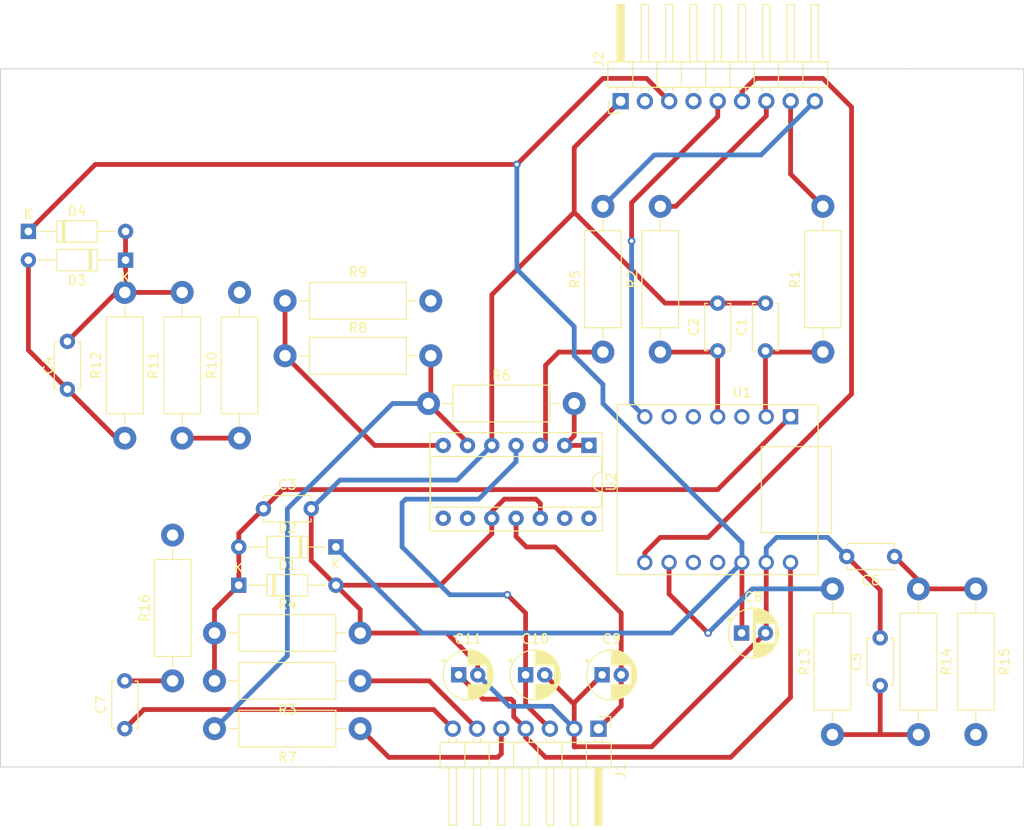
<source format=kicad_pcb>
(kicad_pcb (version 20221018) (generator pcbnew)
  (layers (0 "F.Cu" signal) (1 "In1.Cu" signal) (2 "In2.Cu" signal) (31 "B.Cu" signal) (34 "B.Paste" user) (35 "F.Paste" user) (36 "B.SilkS" user "B.Silkscreen") (37 "F.SilkS" user "F.Silkscreen") (38 "B.Mask" user) (39 "F.Mask" user) (44 "Edge.Cuts" user))
  (net 0 "")
  (net 1 "Net-(U1-PA4_A1_D1)")
  (net 2 "GND")
  (net 3 "Net-(U1-PA11_A3_D3)")
  (net 4 "Net-(D1-K)")
  (net 5 "Net-(D3-K)")
  (net 6 "Net-(C5-Pad1)")
  (net 7 "Net-(U2D--)")
  (net 8 "Net-(J1-Pin_7)")
  (net 9 "Net-(C7-Pad2)")
  (net 10 "+3.3V")
  (net 11 "-12V")
  (net 12 "+12V")
  (net 13 "+5V")
  (net 14 "Net-(J1-Pin_5)")
  (net 15 "Net-(J1-Pin_6)")
  (net 16 "Net-(J2-Pin_4)")
  (net 17 "Net-(J2-Pin_5)")
  (net 18 "Net-(J2-Pin_6)")
  (net 19 "Net-(J2-Pin_7)")
  (net 20 "Net-(J2-Pin_8)")
  (net 21 "Net-(J2-Pin_9)")
  (net 22 "Net-(U2A-+)")
  (net 23 "Net-(U2B--)")
  (net 24 "Net-(U2A--)")
  (net 25 "Net-(R8-Pad1)")
  (net 26 "Net-(U2C--)")
  (net 27 "Net-(R10-Pad1)")
  (net 28 "Net-(U1-PA7_A8_D8_SCK)")
  (net 29 "Net-(R15-Pad1)")
  (footprint "Capacitor_THT:CP_Radial_D5.0mm_P2.00mm" (layer "F.Cu") (at 147.915 94.375)
    (fp_text reference "C9" (at 1 -3.75) (layer "F.SilkS"))
    (fp_text value "47uF")
    (pad "1" thru_hole rect (at 0 0) (size 1.6 1.6) (drill 0.8) (layers "*.Cu" "*.Mask") (net 2 "GND"))
    (pad "2" thru_hole circle (at 2 0) (size 1.6 1.6) (drill 0.8) (layers "*.Cu" "*.Mask") (net 11 "-12V"))
  )
  (footprint "Resistor_THT:R_Axial_DIN0411_L9.9mm_D3.6mm_P15.24mm_Horizontal" (layer "F.Cu") (at 110 69.62 90)
    (fp_text reference "R10" (at 7.62 -2.92 90) (layer "F.SilkS"))
    (fp_text value "10K")
    (pad "1" thru_hole circle (at 0 0 90) (size 2.4 2.4) (drill 1.2) (layers "*.Cu" "*.Mask") (net 27 "Net-(R10-Pad1)"))
    (pad "2" thru_hole oval (at 15.24 0 90) (size 2.4 2.4) (drill 1.2) (layers "*.Cu" "*.Mask") (net 26 "Net-(U2C--)"))
  )
  (footprint "footprints:MOUDLE14P-2.54-21X17.8MM" (layer "F.Cu") (at 160 75)
    (fp_text reference "U1" (at 2.54 -10.16 unlocked) (layer "F.SilkS"))
    (fp_text value "MOUDLE-SEEEDUINO-XIAO")
    (pad "1" thru_hole rect (at 7.62 -7.62) (size 1.6 1.6) (drill 1) (layers "*.Cu" "*.Mask") (net 4 "Net-(D1-K)"))
    (pad "2" thru_hole circle (at 5.08 -7.62) (size 1.6 1.6) (drill 1) (layers "*.Cu" "*.Mask") (net 1 "Net-(U1-PA4_A1_D1)"))
    (pad "3" thru_hole circle (at 2.54 -7.62) (size 1.6 1.6) (drill 1) (layers "*.Cu" "*.Mask") (net 5 "Net-(D3-K)"))
    (pad "4" thru_hole circle (at 0 -7.62) (size 1.6 1.6) (drill 1) (layers "*.Cu" "*.Mask") (net 3 "Net-(U1-PA11_A3_D3)"))
    (pad "5" thru_hole circle (at -2.54 -7.62) (size 1.6 1.6) (drill 1) (layers "*.Cu" "*.Mask") (net 16 "Net-(J2-Pin_4)"))
    (pad "6" thru_hole circle (at -5.08 -7.62) (size 1.6 1.6) (drill 1) (layers "*.Cu" "*.Mask"))
    (pad "7" thru_hole circle (at -7.62 -7.62) (size 1.6 1.6) (drill 1) (layers "*.Cu" "*.Mask") (net 17 "Net-(J2-Pin_5)"))
    (pad "8" thru_hole circle (at -7.62 7.62) (size 1.6 1.6) (drill 1) (layers "*.Cu" "*.Mask") (net 18 "Net-(J2-Pin_6)"))
    (pad "9" thru_hole circle (at -5.08 7.62) (size 1.6 1.6) (drill 1) (layers "*.Cu" "*.Mask") (net 28 "Net-(U1-PA7_A8_D8_SCK)"))
    (pad "10" thru_hole circle (at -2.54 7.62) (size 1.6 1.6) (drill 1) (layers "*.Cu" "*.Mask"))
    (pad "11" thru_hole circle (at 0 7.62) (size 1.6 1.6) (drill 1) (layers "*.Cu" "*.Mask"))
    (pad "12" thru_hole circle (at 2.54 7.62) (size 1.6 1.6) (drill 1) (layers "*.Cu" "*.Mask") (net 10 "+3.3V"))
    (pad "13" thru_hole circle (at 5.08 7.62) (size 1.6 1.6) (drill 1) (layers "*.Cu" "*.Mask") (net 2 "GND"))
    (pad "14" thru_hole circle (at 7.62 7.62) (size 1.6 1.6) (drill 1) (layers "*.Cu" "*.Mask") (net 13 "+5V"))
  )
  (footprint "Resistor_THT:R_Axial_DIN0411_L9.9mm_D3.6mm_P15.24mm_Horizontal" (layer "F.Cu") (at 172 100.62 90)
    (fp_text reference "R13" (at 7.62 -2.92 90) (layer "F.SilkS"))
    (fp_text value "1K")
    (pad "1" thru_hole circle (at 0 0 90) (size 2.4 2.4) (drill 1.2) (layers "*.Cu" "*.Mask") (net 6 "Net-(C5-Pad1)"))
    (pad "2" thru_hole oval (at 15.24 0 90) (size 2.4 2.4) (drill 1.2) (layers "*.Cu" "*.Mask") (net 28 "Net-(U1-PA7_A8_D8_SCK)"))
  )
  (footprint "Capacitor_THT:C_Disc_D4.7mm_W2.5mm_P5.00mm" (layer "F.Cu") (at 112.5 77)
    (fp_text reference "C3" (at 2.5 -2.5) (layer "F.SilkS"))
    (fp_text value "10nF")
    (pad "1" thru_hole circle (at 0 0) (size 1.6 1.6) (drill 0.8) (layers "*.Cu" "*.Mask") (net 4 "Net-(D1-K)"))
    (pad "2" thru_hole circle (at 5 0) (size 1.6 1.6) (drill 0.8) (layers "*.Cu" "*.Mask") (net 2 "GND"))
  )
  (footprint "Diode_THT:D_DO-35_SOD27_P10.16mm_Horizontal" (layer "F.Cu") (at 87.92 48)
    (fp_text reference "D4" (at 5.08 -2.12) (layer "F.SilkS"))
    (fp_text value "BAT43")
    (fp_text user "K" (at 0 -1.8) (layer "F.SilkS"))
    (pad "1" thru_hole rect (at 0 0) (size 1.6 1.6) (drill 0.8) (layers "*.Cu" "*.Mask") (net 10 "+3.3V"))
    (pad "2" thru_hole oval (at 10.16 0) (size 1.6 1.6) (drill 0.8) (layers "*.Cu" "*.Mask") (net 5 "Net-(D3-K)"))
  )
  (footprint "Resistor_THT:R_Axial_DIN0411_L9.9mm_D3.6mm_P15.24mm_Horizontal" (layer "F.Cu") (at 107.38 100)
    (fp_text reference "R7" (at 7.62 3) (layer "F.SilkS"))
    (fp_text value "10K")
    (pad "1" thru_hole circle (at 0 0) (size 2.4 2.4) (drill 1.2) (layers "*.Cu" "*.Mask") (net 23 "Net-(U2B--)"))
    (pad "2" thru_hole oval (at 15.24 0) (size 2.4 2.4) (drill 1.2) (layers "*.Cu" "*.Mask") (net 14 "Net-(J1-Pin_5)"))
  )
  (footprint "Capacitor_THT:C_Disc_D4.7mm_W2.5mm_P5.00mm" (layer "F.Cu") (at 178.5 82 180)
    (fp_text reference "C6" (at 2.5 -2.5) (layer "F.SilkS"))
    (fp_text value "10nF")
    (pad "1" thru_hole circle (at 0 0 180) (size 1.6 1.6) (drill 0.8) (layers "*.Cu" "*.Mask") (net 7 "Net-(U2D--)"))
    (pad "2" thru_hole circle (at 5 0 180) (size 1.6 1.6) (drill 0.8) (layers "*.Cu" "*.Mask") (net 2 "GND"))
  )
  (footprint "Diode_THT:D_DO-35_SOD27_P10.16mm_Horizontal" (layer "F.Cu") (at 120.08 81 180)
    (fp_text reference "D2" (at 5.08 2) (layer "F.SilkS"))
    (fp_text value "BAT43")
    (fp_text user "K" (at 0 -1.8) (layer "F.SilkS"))
    (pad "1" thru_hole rect (at 0 0 180) (size 1.6 1.6) (drill 0.8) (layers "*.Cu" "*.Mask") (net 10 "+3.3V"))
    (pad "2" thru_hole oval (at 10.16 0 180) (size 1.6 1.6) (drill 0.8) (layers "*.Cu" "*.Mask") (net 4 "Net-(D1-K)"))
  )
  (footprint "Resistor_THT:R_Axial_DIN0411_L9.9mm_D3.6mm_P15.24mm_Horizontal" (layer "F.Cu") (at 107.38 95)
    (fp_text reference "R3" (at 7.62 3) (layer "F.SilkS"))
    (fp_text value "220K")
    (pad "1" thru_hole circle (at 0 0) (size 2.4 2.4) (drill 1.2) (layers "*.Cu" "*.Mask") (net 4 "Net-(D1-K)"))
    (pad "2" thru_hole oval (at 15.24 0) (size 2.4 2.4) (drill 1.2) (layers "*.Cu" "*.Mask") (net 15 "Net-(J1-Pin_6)"))
  )
  (footprint "Resistor_THT:R_Axial_DIN0411_L9.9mm_D3.6mm_P15.24mm_Horizontal" (layer "F.Cu") (at 130.000739 55.261699 180)
    (fp_text reference "R9" (at 7.62 3) (layer "F.SilkS"))
    (fp_text value "10K")
    (pad "1" thru_hole circle (at 0 0 180) (size 2.4 2.4) (drill 1.2) (layers "*.Cu" "*.Mask") (net 26 "Net-(U2C--)"))
    (pad "2" thru_hole oval (at 15.24 0 180) (size 2.4 2.4) (drill 1.2) (layers "*.Cu" "*.Mask") (net 25 "Net-(R8-Pad1)"))
  )
  (footprint "Resistor_THT:R_Axial_DIN0411_L9.9mm_D3.6mm_P15.24mm_Horizontal" (layer "F.Cu") (at 104 54.38 -90)
    (fp_text reference "R11" (at 7.62 3 90) (layer "F.SilkS"))
    (fp_text value "20K")
    (pad "1" thru_hole circle (at 0 0 270) (size 2.4 2.4) (drill 1.2) (layers "*.Cu" "*.Mask") (net 5 "Net-(D3-K)"))
    (pad "2" thru_hole oval (at 15.24 0 270) (size 2.4 2.4) (drill 1.2) (layers "*.Cu" "*.Mask") (net 27 "Net-(R10-Pad1)"))
  )
  (footprint "Diode_THT:D_DO-35_SOD27_P10.16mm_Horizontal" (layer "F.Cu") (at 109.92 85)
    (fp_text reference "D1" (at 5.08 -2.12) (layer "F.SilkS"))
    (fp_text value "BAT43")
    (fp_text user "K" (at 0 -1.8) (layer "F.SilkS"))
    (pad "1" thru_hole rect (at 0 0) (size 1.6 1.6) (drill 0.8) (layers "*.Cu" "*.Mask") (net 4 "Net-(D1-K)"))
    (pad "2" thru_hole oval (at 10.16 0) (size 1.6 1.6) (drill 0.8) (layers "*.Cu" "*.Mask") (net 2 "GND"))
  )
  (footprint "Capacitor_THT:CP_Radial_D5.0mm_P2.00mm" (layer "F.Cu") (at 139.915 94.375)
    (fp_text reference "C10" (at 1 -3.75) (layer "F.SilkS"))
    (fp_text value "47uF")
    (pad "1" thru_hole rect (at 0 0) (size 1.6 1.6) (drill 0.8) (layers "*.Cu" "*.Mask") (net 12 "+12V"))
    (pad "2" thru_hole circle (at 2 0) (size 1.6 1.6) (drill 0.8) (layers "*.Cu" "*.Mask") (net 2 "GND"))
  )
  (footprint "Capacitor_THT:CP_Radial_D5.0mm_P2.00mm" (layer "F.Cu") (at 132.915 94.375)
    (fp_text reference "C11" (at 1 -3.75) (layer "F.SilkS"))
    (fp_text value "47uF")
    (pad "1" thru_hole rect (at 0 0) (size 1.6 1.6) (drill 0.8) (layers "*.Cu" "*.Mask") (net 13 "+5V"))
    (pad "2" thru_hole circle (at 2 0) (size 1.6 1.6) (drill 0.8) (layers "*.Cu" "*.Mask") (net 2 "GND"))
  )
  (footprint "Capacitor_THT:C_Disc_D4.7mm_W2.5mm_P5.00mm" (layer "F.Cu") (at 177 95.5 90)
    (fp_text reference "C5" (at 2.5 -2.5 90) (layer "F.SilkS"))
    (fp_text value "10nF")
    (pad "1" thru_hole circle (at 0 0 90) (size 1.6 1.6) (drill 0.8) (layers "*.Cu" "*.Mask") (net 6 "Net-(C5-Pad1)"))
    (pad "2" thru_hole circle (at 5 0 90) (size 1.6 1.6) (drill 0.8) (layers "*.Cu" "*.Mask") (net 2 "GND"))
  )
  (footprint "Resistor_THT:R_Axial_DIN0411_L9.9mm_D3.6mm_P15.24mm_Horizontal" (layer "F.Cu") (at 148 60.62 90)
    (fp_text reference "R5" (at 7.62 -2.92 90) (layer "F.SilkS"))
    (fp_text value "10K")
    (pad "1" thru_hole circle (at 0 0 90) (size 2.4 2.4) (drill 1.2) (layers "*.Cu" "*.Mask") (net 22 "Net-(U2A-+)"))
    (pad "2" thru_hole oval (at 15.24 0 90) (size 2.4 2.4) (drill 1.2) (layers "*.Cu" "*.Mask") (net 21 "Net-(J2-Pin_9)"))
  )
  (footprint "Resistor_THT:R_Axial_DIN0411_L9.9mm_D3.6mm_P15.24mm_Horizontal" (layer "F.Cu") (at 129.76 66)
    (fp_text reference "R6" (at 7.62 -2.92) (layer "F.SilkS"))
    (fp_text value "10K")
    (pad "1" thru_hole circle (at 0 0) (size 2.4 2.4) (drill 1.2) (layers "*.Cu" "*.Mask") (net 23 "Net-(U2B--)"))
    (pad "2" thru_hole oval (at 15.24 0) (size 2.4 2.4) (drill 1.2) (layers "*.Cu" "*.Mask") (net 24 "Net-(U2A--)"))
  )
  (footprint "Connector_PinHeader_2.54mm:PinHeader_1x07_P2.54mm_Horizontal" (layer "F.Cu") (at 147.54 100 -90)
    (fp_text reference "J1" (at 4.385 -2.27 90) (layer "F.SilkS"))
    (fp_text value "POWER/SIGNALS")
    (pad "1" thru_hole rect (at 0 0 270) (size 1.7 1.7) (drill 1) (layers "*.Cu" "*.Mask") (net 11 "-12V"))
    (pad "2" thru_hole oval (at 0 2.54 270) (size 1.7 1.7) (drill 1) (layers "*.Cu" "*.Mask") (net 2 "GND"))
    (pad "3" thru_hole oval (at 0 5.08 270) (size 1.7 1.7) (drill 1) (layers "*.Cu" "*.Mask") (net 12 "+12V"))
    (pad "4" thru_hole oval (at 0 7.62 270) (size 1.7 1.7) (drill 1) (layers "*.Cu" "*.Mask") (net 13 "+5V"))
    (pad "5" thru_hole oval (at 0 10.16 270) (size 1.7 1.7) (drill 1) (layers "*.Cu" "*.Mask") (net 14 "Net-(J1-Pin_5)"))
    (pad "6" thru_hole oval (at 0 12.7 270) (size 1.7 1.7) (drill 1) (layers "*.Cu" "*.Mask") (net 15 "Net-(J1-Pin_6)"))
    (pad "7" thru_hole oval (at 0 15.24 270) (size 1.7 1.7) (drill 1) (layers "*.Cu" "*.Mask") (net 8 "Net-(J1-Pin_7)"))
  )
  (footprint "Resistor_THT:R_Axial_DIN0411_L9.9mm_D3.6mm_P15.24mm_Horizontal" (layer "F.Cu") (at 103 95 90)
    (fp_text reference "R16" (at 7.62 -2.92 90) (layer "F.SilkS"))
    (fp_text value "330R")
    (pad "1" thru_hole circle (at 0 0 90) (size 2.4 2.4) (drill 1.2) (layers "*.Cu" "*.Mask") (net 9 "Net-(C7-Pad2)"))
    (pad "2" thru_hole oval (at 15.24 0 90) (size 2.4 2.4) (drill 1.2) (layers "*.Cu" "*.Mask") (net 29 "Net-(R15-Pad1)"))
  )
  (footprint "Capacitor_THT:C_Disc_D4.7mm_W2.5mm_P5.00mm" (layer "F.Cu") (at 165 60.5 90)
    (fp_text reference "C1" (at 2.5 -2.5 90) (layer "F.SilkS"))
    (fp_text value "100nF")
    (pad "1" thru_hole circle (at 0 0 90) (size 1.6 1.6) (drill 0.8) (layers "*.Cu" "*.Mask") (net 1 "Net-(U1-PA4_A1_D1)"))
    (pad "2" thru_hole circle (at 5 0 90) (size 1.6 1.6) (drill 0.8) (layers "*.Cu" "*.Mask") (net 2 "GND"))
  )
  (footprint "Diode_THT:D_DO-35_SOD27_P10.16mm_Horizontal" (layer "F.Cu") (at 98.08 51 180)
    (fp_text reference "D3" (at 5.08 -2.12) (layer "F.SilkS"))
    (fp_text value "BAT43")
    (fp_text user "K" (at 0 -1.8) (layer "F.SilkS"))
    (pad "1" thru_hole rect (at 0 0 180) (size 1.6 1.6) (drill 0.8) (layers "*.Cu" "*.Mask") (net 5 "Net-(D3-K)"))
    (pad "2" thru_hole oval (at 10.16 0 180) (size 1.6 1.6) (drill 0.8) (layers "*.Cu" "*.Mask") (net 2 "GND"))
  )
  (footprint "Capacitor_THT:C_Disc_D4.7mm_W2.5mm_P5.00mm" (layer "F.Cu") (at 98 100 90)
    (fp_text reference "C7" (at 2.5 -2.5 90) (layer "F.SilkS"))
    (fp_text value "4.7nF")
    (pad "1" thru_hole circle (at 0 0 90) (size 1.6 1.6) (drill 0.8) (layers "*.Cu" "*.Mask") (net 8 "Net-(J1-Pin_7)"))
    (pad "2" thru_hole circle (at 5 0 90) (size 1.6 1.6) (drill 0.8) (layers "*.Cu" "*.Mask") (net 9 "Net-(C7-Pad2)"))
  )
  (footprint "Resistor_THT:R_Axial_DIN0411_L9.9mm_D3.6mm_P15.24mm_Horizontal" (layer "F.Cu") (at 98 54.38 -90)
    (fp_text reference "R12" (at 7.62 3 90) (layer "F.SilkS"))
    (fp_text value "33K")
    (pad "1" thru_hole circle (at 0 0 270) (size 2.4 2.4) (drill 1.2) (layers "*.Cu" "*.Mask") (net 5 "Net-(D3-K)"))
    (pad "2" thru_hole oval (at 15.24 0 270) (size 2.4 2.4) (drill 1.2) (layers "*.Cu" "*.Mask") (net 2 "GND"))
  )
  (footprint "Package_DIP:DIP-14_W7.62mm_Socket" (layer "F.Cu") (at 146.54 70.38 -90)
    (fp_text reference "U2" (at 3.81 -2.33 90) (layer "F.SilkS"))
    (fp_text value "TL074")
    (pad "1" thru_hole rect (at 0 0 270) (size 1.6 1.6) (drill 0.8) (layers "*.Cu" "*.Mask") (net 24 "Net-(U2A--)"))
    (pad "2" thru_hole oval (at 0 2.54 270) (size 1.6 1.6) (drill 0.8) (layers "*.Cu" "*.Mask") (net 24 "Net-(U2A--)"))
    (pad "3" thru_hole oval (at 0 5.08 270) (size 1.6 1.6) (drill 0.8) (layers "*.Cu" "*.Mask") (net 22 "Net-(U2A-+)"))
    (pad "4" thru_hole oval (at 0 7.62 270) (size 1.6 1.6) (drill 0.8) (layers "*.Cu" "*.Mask") (net 12 "+12V"))
    (pad "5" thru_hole oval (at 0 10.16 270) (size 1.6 1.6) (drill 0.8) (layers "*.Cu" "*.Mask") (net 2 "GND"))
    (pad "6" thru_hole oval (at 0 12.7 270) (size 1.6 1.6) (drill 0.8) (layers "*.Cu" "*.Mask") (net 23 "Net-(U2B--)"))
    (pad "7" thru_hole oval (at 0 15.24 270) (size 1.6 1.6) (drill 0.8) (layers "*.Cu" "*.Mask") (net 25 "Net-(R8-Pad1)"))
    (pad "8" thru_hole oval (at 7.62 15.24 270) (size 1.6 1.6) (drill 0.8) (layers "*.Cu" "*.Mask") (net 27 "Net-(R10-Pad1)"))
    (pad "9" thru_hole oval (at 7.62 12.7 270) (size 1.6 1.6) (drill 0.8) (layers "*.Cu" "*.Mask") (net 26 "Net-(U2C--)"))
    (pad "10" thru_hole oval (at 7.62 10.16 270) (size 1.6 1.6) (drill 0.8) (layers "*.Cu" "*.Mask") (net 2 "GND"))
    (pad "11" thru_hole oval (at 7.62 7.62 270) (size 1.6 1.6) (drill 0.8) (layers "*.Cu" "*.Mask") (net 11 "-12V"))
    (pad "12" thru_hole oval (at 7.62 5.08 270) (size 1.6 1.6) (drill 0.8) (layers "*.Cu" "*.Mask") (net 2 "GND"))
    (pad "13" thru_hole oval (at 7.62 2.54 270) (size 1.6 1.6) (drill 0.8) (layers "*.Cu" "*.Mask") (net 7 "Net-(U2D--)"))
    (pad "14" thru_hole oval (at 7.62 0 270) (size 1.6 1.6) (drill 0.8) (layers "*.Cu" "*.Mask") (net 29 "Net-(R15-Pad1)"))
  )
  (footprint "Resistor_THT:R_Axial_DIN0411_L9.9mm_D3.6mm_P15.24mm_Horizontal" (layer "F.Cu") (at 154 60.62 90)
    (fp_text reference "R2" (at 7.62 -2.92 90) (layer "F.SilkS"))
    (fp_text value "1K")
    (pad "1" thru_hole circle (at 0 0 90) (size 2.4 2.4) (drill 1.2) (layers "*.Cu" "*.Mask") (net 3 "Net-(U1-PA11_A3_D3)"))
    (pad "2" thru_hole oval (at 15.24 0 90) (size 2.4 2.4) (drill 1.2) (layers "*.Cu" "*.Mask") (net 19 "Net-(J2-Pin_7)"))
  )
  (footprint "Capacitor_THT:C_Disc_D4.7mm_W2.5mm_P5.00mm" (layer "F.Cu") (at 160 60.5 90)
    (fp_text reference "C2" (at 2.5 -2.5 90) (layer "F.SilkS"))
    (fp_text value "100nF")
    (pad "1" thru_hole circle (at 0 0 90) (size 1.6 1.6) (drill 0.8) (layers "*.Cu" "*.Mask") (net 3 "Net-(U1-PA11_A3_D3)"))
    (pad "2" thru_hole circle (at 5 0 90) (size 1.6 1.6) (drill 0.8) (layers "*.Cu" "*.Mask") (net 2 "GND"))
  )
  (footprint "Connector_PinHeader_2.54mm:PinHeader_1x09_P2.54mm_Horizontal" (layer "F.Cu") (at 149.85 34.375 90)
    (fp_text reference "J2" (at 4.385 -2.27 90) (layer "F.SilkS"))
    (fp_text value "POTS/SWITCHES")
    (pad "1" thru_hole rect (at 0 0 90) (size 1.7 1.7) (drill 1) (layers "*.Cu" "*.Mask") (net 2 "GND"))
    (pad "2" thru_hole oval (at 0 2.54 90) (size 1.7 1.7) (drill 1) (layers "*.Cu" "*.Mask") (net 13 "+5V"))
    (pad "3" thru_hole oval (at 0 5.08 90) (size 1.7 1.7) (drill 1) (layers "*.Cu" "*.Mask") (net 10 "+3.3V"))
    (pad "4" thru_hole oval (at 0 7.62 90) (size 1.7 1.7) (drill 1) (layers "*.Cu" "*.Mask") (net 16 "Net-(J2-Pin_4)"))
    (pad "5" thru_hole oval (at 0 10.16 90) (size 1.7 1.7) (drill 1) (layers "*.Cu" "*.Mask") (net 17 "Net-(J2-Pin_5)"))
    (pad "6" thru_hole oval (at 0 12.7 90) (size 1.7 1.7) (drill 1) (layers "*.Cu" "*.Mask") (net 18 "Net-(J2-Pin_6)"))
    (pad "7" thru_hole oval (at 0 15.24 90) (size 1.7 1.7) (drill 1) (layers "*.Cu" "*.Mask") (net 19 "Net-(J2-Pin_7)"))
    (pad "8" thru_hole oval (at 0 17.78 90) (size 1.7 1.7) (drill 1) (layers "*.Cu" "*.Mask") (net 20 "Net-(J2-Pin_8)"))
    (pad "9" thru_hole oval (at 0 20.32 90) (size 1.7 1.7) (drill 1) (layers "*.Cu" "*.Mask") (net 21 "Net-(J2-Pin_9)"))
  )
  (footprint "Capacitor_THT:CP_Radial_D5.0mm_P2.50mm" (layer "F.Cu") (at 162.5 90)
    (fp_text reference "C8" (at 1.25 -3.75) (layer "F.SilkS"))
    (fp_text value "10uF")
    (pad "1" thru_hole rect (at 0 0) (size 1.6 1.6) (drill 0.8) (layers "*.Cu" "*.Mask") (net 10 "+3.3V"))
    (pad "2" thru_hole circle (at 2.5 0) (size 1.6 1.6) (drill 0.8) (layers "*.Cu" "*.Mask") (net 2 "GND"))
  )
  (footprint "Resistor_THT:R_Axial_DIN0411_L9.9mm_D3.6mm_P15.24mm_Horizontal" (layer "F.Cu") (at 114.76 61)
    (fp_text reference "R8" (at 7.62 -2.92) (layer "F.SilkS"))
    (fp_text value "10K")
    (pad "1" thru_hole circle (at 0 0) (size 2.4 2.4) (drill 1.2) (layers "*.Cu" "*.Mask") (net 25 "Net-(R8-Pad1)"))
    (pad "2" thru_hole oval (at 15.24 0) (size 2.4 2.4) (drill 1.2) (layers "*.Cu" "*.Mask") (net 23 "Net-(U2B--)"))
  )
  (footprint "Resistor_THT:R_Axial_DIN0411_L9.9mm_D3.6mm_P15.24mm_Horizontal" (layer "F.Cu") (at 181 85.38 -90)
    (fp_text reference "R14" (at 7.62 -2.92 90) (layer "F.SilkS"))
    (fp_text value "1K")
    (pad "1" thru_hole circle (at 0 0 270) (size 2.4 2.4) (drill 1.2) (layers "*.Cu" "*.Mask") (net 7 "Net-(U2D--)"))
    (pad "2" thru_hole oval (at 15.24 0 270) (size 2.4 2.4) (drill 1.2) (layers "*.Cu" "*.Mask") (net 6 "Net-(C5-Pad1)"))
  )
  (footprint "Resistor_THT:R_Axial_DIN0411_L9.9mm_D3.6mm_P15.24mm_Horizontal" (layer "F.Cu") (at 187 100.62 90)
    (fp_text reference "R15" (at 7.62 3 90) (layer "F.SilkS"))
    (fp_text value "6K8")
    (pad "1" thru_hole circle (at 0 0 90) (size 2.4 2.4) (drill 1.2) (layers "*.Cu" "*.Mask") (net 29 "Net-(R15-Pad1)"))
    (pad "2" thru_hole oval (at 15.24 0 90) (size 2.4 2.4) (drill 1.2) (layers "*.Cu" "*.Mask") (net 7 "Net-(U2D--)"))
  )
  (footprint "Resistor_THT:R_Axial_DIN0411_L9.9mm_D3.6mm_P15.24mm_Horizontal" (layer "F.Cu") (at 107.38 90)
    (fp_text reference "R4" (at 7.62 -3) (layer "F.SilkS"))
    (fp_text value "330K")
    (pad "1" thru_hole circle (at 0 0) (size 2.4 2.4) (drill 1.2) (layers "*.Cu" "*.Mask") (net 4 "Net-(D1-K)"))
    (pad "2" thru_hole oval (at 15.24 0) (size 2.4 2.4) (drill 1.2) (layers "*.Cu" "*.Mask") (net 2 "GND"))
  )
  (footprint "Resistor_THT:R_Axial_DIN0411_L9.9mm_D3.6mm_P15.24mm_Horizontal" (layer "F.Cu") (at 171 60.62 90)
    (fp_text reference "R1" (at 7.62 -2.92 90) (layer "F.SilkS"))
    (fp_text value "1K")
    (pad "1" thru_hole circle (at 0 0 90) (size 2.4 2.4) (drill 1.2) (layers "*.Cu" "*.Mask") (net 1 "Net-(U1-PA4_A1_D1)"))
    (pad "2" thru_hole oval (at 15.24 0 90) (size 2.4 2.4) (drill 1.2) (layers "*.Cu" "*.Mask") (net 20 "Net-(J2-Pin_8)"))
  )
  (footprint "Capacitor_THT:C_Disc_D4.7mm_W2.5mm_P5.00mm" (layer "F.Cu") (at 92 59.5 -90)
    (fp_text reference "C4" (at 2.5 2 90) (layer "F.SilkS"))
    (fp_text value "100nF")
    (pad "1" thru_hole circle (at 0 0 270) (size 1.6 1.6) (drill 0.8) (layers "*.Cu" "*.Mask") (net 5 "Net-(D3-K)"))
    (pad "2" thru_hole circle (at 5 0 270) (size 1.6 1.6) (drill 0.8) (layers "*.Cu" "*.Mask") (net 2 "GND"))
  )
  (gr_line (start 140 31) (end 180 31) (stroke (width 0.1)) (layer "Edge.Cuts"))
  (gr_line (start 140 31) (end 85 31) (stroke (width 0.1)) (layer "Edge.Cuts"))
  (gr_line (start 192 31) (end 192 104) (stroke (width 0.1)) (layer "Edge.Cuts"))
  (gr_line (start 192 104) (end 160 104) (stroke (width 0.1)) (layer "Edge.Cuts"))
  (gr_line (start 85 31) (end 85 104) (stroke (width 0.1)) (layer "Edge.Cuts"))
  (gr_line (start 85 104) (end 120 104) (stroke (width 0.1)) (layer "Edge.Cuts"))
  (gr_line (start 180 31) (end 192 31) (stroke (width 0.1)) (layer "Edge.Cuts"))
  (gr_line (start 120 104) (end 160 104) (stroke (width 0.1)) (layer "Edge.Cuts"))
  (segment (start 165 60.5) (end 165 67.3) (width 0.5) (layer "F.Cu") (net 1))
  (segment (start 171 60.62) (end 165.12 60.62) (width 0.5) (layer "F.Cu") (net 1))
  (segment (start 165 67.3) (end 165.08 67.38) (width 0.5) (layer "F.Cu") (net 1))
  (segment (start 165.12 60.62) (end 165 60.5) (width 0.5) (layer "F.Cu") (net 1))
  (segment (start 165 67.3) (end 165.08 67.38) (width 0.5) (layer "B.Cu") (net 1))
  (segment (start 134.915 93.24363) (end 134.915 94.375) (width 0.5) (layer "F.Cu") (net 2))
  (segment (start 141 76) (end 137.69 76) (width 0.5) (layer "F.Cu") (net 2))
  (segment (start 87.92 51) (end 87.92 60.42) (width 0.5) (layer "F.Cu") (net 2))
  (segment (start 122.62 90) (end 122.62 87.54) (width 0.5) (layer "F.Cu") (net 2))
  (segment (start 87.92 60.42) (end 92 64.5) (width 0.5) (layer "F.Cu") (net 2))
  (segment (start 145 39.225) (end 149.85 34.375) (width 0.5) (layer "F.Cu") (net 2))
  (segment (start 136.38 79.62) (end 131 85) (width 0.5) (layer "F.Cu") (net 2))
  (segment (start 165 90) (end 153.11056 101.88944) (width 0.5) (layer "F.Cu") (net 2))
  (segment (start 165 55.5) (end 160 55.5) (width 0.5) (layer "F.Cu") (net 2))
  (segment (start 145 100) (end 145 101.920912) (width 0.5) (layer "F.Cu") (net 2))
  (segment (start 131 85) (end 120.08 85) (width 0.5) (layer "F.Cu") (net 2))
  (segment (start 141.46 76.46) (end 141 76) (width 0.5) (layer "F.Cu") (net 2))
  (segment (start 165.08 82.62) (end 165.08 89.92) (width 0.5) (layer "F.Cu") (net 2))
  (segment (start 92 64.5) (end 97.12 69.62) (width 0.5) (layer "F.Cu") (net 2))
  (segment (start 120.08 85) (end 117.5 82.42) (width 0.5) (layer "F.Cu") (net 2))
  (segment (start 122.62 90) (end 131.67137 90) (width 0.5) (layer "F.Cu") (net 2))
  (segment (start 145 46) (end 145 39.225) (width 0.5) (layer "F.Cu") (net 2))
  (segment (start 97.12 69.62) (end 98 69.62) (width 0.5) (layer "F.Cu") (net 2))
  (segment (start 141.46 78) (end 141.46 76.46) (width 0.5) (layer "F.Cu") (net 2))
  (segment (start 145 100) (end 145 97.29) (width 0.5) (layer "F.Cu") (net 2))
  (segment (start 141.915 94.375) (end 144.83 97.29) (width 0.5) (layer "F.Cu") (net 2))
  (segment (start 160 55.5) (end 154.5 55.5) (width 0.5) (layer "F.Cu") (net 2))
  (segment (start 165.08 89.92) (end 165 90) (width 0.5) (layer "F.Cu") (net 2))
  (segment (start 177 85.5) (end 173.5 82) (width 0.5) (layer "F.Cu") (net 2))
  (segment (start 136.38 77.31) (end 136.38 78) (width 0.5) (layer "F.Cu") (net 2))
  (segment (start 131.67137 90) (end 134.915 93.24363) (width 0.5) (layer "F.Cu") (net 2))
  (segment (start 154.5 55.5) (end 145 46) (width 0.5) (layer "F.Cu") (net 2))
  (segment (start 137.69 76) (end 136.38 77.31) (width 0.5) (layer "F.Cu") (net 2))
  (segment (start 177 90.5) (end 177 85.5) (width 0.5) (layer "F.Cu") (net 2))
  (segment (start 122.62 87.54) (end 120.08 85) (width 0.5) (layer "F.Cu") (net 2))
  (segment (start 153.11056 101.88944) (end 145.031472 101.88944) (width 0.5) (layer "F.Cu") (net 2))
  (segment (start 144.83 97.29) (end 145 97.29) (width 0.5) (layer "F.Cu") (net 2))
  (segment (start 136.38 70.38) (end 136.38 54.62) (width 0.5) (layer "F.Cu") (net 2))
  (segment (start 117.5 82.42) (end 117.5 77) (width 0.5) (layer "F.Cu") (net 2))
  (segment (start 136.38 78) (end 136.38 79.62) (width 0.5) (layer "F.Cu") (net 2))
  (segment (start 136.38 54.62) (end 145 46) (width 0.5) (layer "F.Cu") (net 2))
  (segment (start 145 97.29) (end 147.915 94.375) (width 0.5) (layer "F.Cu") (net 2))
  (segment (start 132.76 74) (end 120.5 74) (width 0.5) (layer "B.Cu") (net 2))
  (segment (start 166.16 80) (end 165.08 81.08) (width 0.5) (layer "B.Cu") (net 2))
  (segment (start 120.5 74) (end 117.5 77) (width 0.5) (layer "B.Cu") (net 2))
  (segment (start 138.204025 97.664025) (end 142.664025 97.664025) (width 0.5) (layer "B.Cu") (net 2))
  (segment (start 165.08 81.08) (end 165.08 82.62) (width 0.5) (layer "B.Cu") (net 2))
  (segment (start 134.915 94.375) (end 138.204025 97.664025) (width 0.5) (layer "B.Cu") (net 2))
  (segment (start 173.5 82) (end 171.5 80) (width 0.5) (layer "B.Cu") (net 2))
  (segment (start 142.664025 97.664025) (end 145 100) (width 0.5) (layer "B.Cu") (net 2))
  (segment (start 171.5 80) (end 166.16 80) (width 0.5) (layer "B.Cu") (net 2))
  (segment (start 136.38 70.38) (end 132.76 74) (width 0.5) (layer "B.Cu") (net 2))
  (segment (start 160 60.5) (end 160 67.38) (width 0.5) (layer "F.Cu") (net 3))
  (segment (start 159.88 60.62) (end 160 60.5) (width 0.5) (layer "F.Cu") (net 3))
  (segment (start 154 60.62) (end 159.88 60.62) (width 0.5) (layer "F.Cu") (net 3))
  (segment (start 114.5 75) (end 160 75) (width 0.5) (layer "F.Cu") (net 4))
  (segment (start 112.5 77) (end 114.5 75) (width 0.5) (layer "F.Cu") (net 4))
  (segment (start 112.5 77) (end 112.75 77) (width 0.5) (layer "F.Cu") (net 4))
  (segment (start 107.38 95) (end 107.38 90) (width 0.5) (layer "F.Cu") (net 4))
  (segment (start 160 75) (end 167.62 67.38) (width 0.5) (layer "F.Cu") (net 4))
  (segment (start 109.92 85) (end 109.92 81) (width 0.5) (layer "F.Cu") (net 4))
  (segment (start 109.92 81) (end 109.92 79.58) (width 0.5) (layer "F.Cu") (net 4))
  (segment (start 109.92 79.58) (end 112.5 77) (width 0.5) (layer "F.Cu") (net 4))
  (segment (start 107.38 90) (end 107.38 87.54) (width 0.5) (layer "F.Cu") (net 4))
  (segment (start 107.38 87.54) (end 109.92 85) (width 0.5) (layer "F.Cu") (net 4))
  (segment (start 98.08 48) (end 98.08 51) (width 0.5) (layer "F.Cu") (net 5))
  (segment (start 98 54.38) (end 104 54.38) (width 0.5) (layer "F.Cu") (net 5))
  (segment (start 92 59.5) (end 97.12 54.38) (width 0.5) (layer "F.Cu") (net 5))
  (segment (start 98.08 51) (end 98.08 54.3) (width 0.5) (layer "F.Cu") (net 5))
  (segment (start 97.12 54.38) (end 98 54.38) (width 0.5) (layer "F.Cu") (net 5))
  (segment (start 98.08 54.3) (end 98 54.38) (width 0.5) (layer "F.Cu") (net 5))
  (segment (start 181 100.62) (end 177 100.62) (width 0.5) (layer "F.Cu") (net 6))
  (segment (start 177 100.62) (end 172 100.62) (width 0.5) (layer "F.Cu") (net 6))
  (segment (start 177 95.5) (end 177 100.62) (width 0.5) (layer "F.Cu") (net 6))
  (segment (start 181 84.5) (end 178.5 82) (width 0.5) (layer "F.Cu") (net 7))
  (segment (start 181 85.38) (end 181 84.5) (width 0.5) (layer "F.Cu") (net 7))
  (segment (start 187 85.38) (end 181 85.38) (width 0.5) (layer "F.Cu") (net 7))
  (segment (start 98 100) (end 100 98) (width 0.5) (layer "F.Cu") (net 8))
  (segment (start 100 98) (end 130.3 98) (width 0.5) (layer "F.Cu") (net 8))
  (segment (start 130.3 98) (end 132.3 100) (width 0.5) (layer "F.Cu") (net 8))
  (segment (start 103 95) (end 98 95) (width 0.5) (layer "F.Cu") (net 9))
  (segment (start 152.555 32) (end 154.93 34.375) (width 0.5) (layer "F.Cu") (net 10))
  (segment (start 94.92 41) (end 139 41) (width 0.5) (layer "F.Cu") (net 10))
  (segment (start 139 41) (end 148 32) (width 0.5) (layer "F.Cu") (net 10))
  (segment (start 87.92 48) (end 94.92 41) (width 0.5) (layer "F.Cu") (net 10))
  (segment (start 162.54 82.62) (end 162.54 89.96) (width 0.5) (layer "F.Cu") (net 10))
  (segment (start 148 32) (end 152.555 32) (width 0.5) (layer "F.Cu") (net 10))
  (segment (start 162.54 89.96) (end 162.5 90) (width 0.5) (layer "F.Cu") (net 10))
  (via (at 139 41) (size 0.8) (drill 0.4) (layers "F.Cu" "B.Cu") (net 10))
  (segment (start 139 51.953453) (end 139 41) (width 0.5) (layer "B.Cu") (net 10))
  (segment (start 162.54 80.54) (end 148 66) (width 0.5) (layer "B.Cu") (net 10))
  (segment (start 145 61) (end 145 57.953453) (width 0.5) (layer "B.Cu") (net 10))
  (segment (start 129.08 90) (end 155.16 90) (width 0.5) (layer "B.Cu") (net 10))
  (segment (start 148 64) (end 145 61) (width 0.5) (layer "B.Cu") (net 10))
  (segment (start 120.08 81) (end 129.08 90) (width 0.5) (layer "B.Cu") (net 10))
  (segment (start 155.16 90) (end 162.54 82.62) (width 0.5) (layer "B.Cu") (net 10))
  (segment (start 148 66) (end 148 64) (width 0.5) (layer "B.Cu") (net 10))
  (segment (start 145 57.953453) (end 139 51.953453) (width 0.5) (layer "B.Cu") (net 10))
  (segment (start 162.54 82.62) (end 162.54 80.54) (width 0.5) (layer "B.Cu") (net 10))
  (segment (start 138.92 78) (end 138.92 79.92) (width 0.5) (layer "F.Cu") (net 11))
  (segment (start 149.915 87.915) (end 149.915 94.375) (width 0.5) (layer "F.Cu") (net 11))
  (segment (start 138.92 79.92) (end 140 81) (width 0.5) (layer "F.Cu") (net 11))
  (segment (start 140 81) (end 143 81) (width 0.5) (layer "F.Cu") (net 11))
  (segment (start 149.915 97.625) (end 149.915 94.375) (width 0.5) (layer "F.Cu") (net 11))
  (segment (start 143 81) (end 149.915 87.915) (width 0.5) (layer "F.Cu") (net 11))
  (segment (start 147.54 100) (end 149.915 97.625) (width 0.5) (layer "F.Cu") (net 11))
  (segment (start 139.915 89) (end 139.915 87.915) (width 0.5) (layer "F.Cu") (net 12))
  (segment (start 139.915 87.915) (end 138 86) (width 0.5) (layer "F.Cu") (net 12))
  (segment (start 139.915 94.375) (end 139.915 97.455) (width 0.5) (layer "F.Cu") (net 12))
  (segment (start 139.915 97.455) (end 142.46 100) (width 0.5) (layer "F.Cu") (net 12))
  (segment (start 139.915 89) (end 139.915 94.375) (width 0.5) (layer "F.Cu") (net 12))
  (via (at 138 86) (size 0.8) (drill 0.4) (layers "F.Cu" "B.Cu") (remove_unused_layers) (net 12))
  (segment (start 135 76) (end 138.92 72.08) (width 0.5) (layer "B.Cu") (net 12))
  (segment (start 127 81) (end 127 76.375) (width 0.5) (layer "B.Cu") (net 12))
  (segment (start 138 86) (end 132 86) (width 0.5) (layer "B.Cu") (net 12))
  (segment (start 138.92 72.08) (end 138.92 70.38) (width 0.5) (layer "B.Cu") (net 12))
  (segment (start 127.375 76) (end 135 76) (width 0.5) (layer "B.Cu") (net 12))
  (segment (start 132 86) (end 127 81) (width 0.5) (layer "B.Cu") (net 12))
  (segment (start 127 76.375) (end 127.375 76) (width 0.5) (layer "B.Cu") (net 12))
  (segment (start 142 103) (end 139.92 100.92) (width 0.5) (layer "F.Cu") (net 13))
  (segment (start 167.62 96.733553) (end 161.353553 103) (width 0.5) (layer "F.Cu") (net 13))
  (segment (start 138.671663 98.751663) (end 139.92 100) (width 0.5) (layer "F.Cu") (net 13))
  (segment (start 161.353553 103) (end 142 103) (width 0.5) (layer "F.Cu") (net 13))
  (segment (start 138.415073 96.91758) (end 138.671663 97.17417) (width 0.5) (layer "F.Cu") (net 13))
  (segment (start 135.45758 96.91758) (end 138.415073 96.91758) (width 0.5) (layer "F.Cu") (net 13))
  (segment (start 132.915 94.375) (end 135.45758 96.91758) (width 0.5) (layer "F.Cu") (net 13))
  (segment (start 167.62 82.62) (end 167.62 96.733553) (width 0.5) (layer "F.Cu") (net 13))
  (segment (start 139.92 100.92) (end 139.92 100) (width 0.5) (layer "F.Cu") (net 13))
  (segment (start 138.671663 97.17417) (end 138.671663 98.751663) (width 0.5) (layer "F.Cu") (net 13))
  (segment (start 125.62 103) (end 137 103) (width 0.5) (layer "F.Cu") (net 14))
  (segment (start 137 103) (end 137.38 102.62) (width 0.5) (layer "F.Cu") (net 14))
  (segment (start 137.38 102.62) (end 137.38 100) (width 0.5) (layer "F.Cu") (net 14))
  (segment (start 122.62 100) (end 125.62 103) (width 0.5) (layer "F.Cu") (net 14))
  (segment (start 129.84 95) (end 134.84 100) (width 0.5) (layer "F.Cu") (net 15))
  (segment (start 122.62 95) (end 129.84 95) (width 0.5) (layer "F.Cu") (net 15))
  (segment (start 160.01 35.99) (end 160.01 34.375) (width 0.5) (layer "F.Cu") (net 17))
  (segment (start 151 45) (end 160.01 35.99) (width 0.5) (layer "F.Cu") (net 17))
  (segment (start 151 49) (end 151 45) (width 0.5) (layer "F.Cu") (net 17))
  (via (at 151 49) (size 0.8) (drill 0.4) (layers "F.Cu" "B.Cu") (net 17))
  (segment (start 152.38 67.38) (end 151 66) (width 0.5) (layer "B.Cu") (net 17))
  (segment (start 151 66) (end 151 49) (width 0.5) (layer "B.Cu") (net 17))
  (segment (start 162.55 34.375) (end 162.55 33.4125) (width 0.5) (layer "F.Cu") (net 18))
  (segment (start 174 65) (end 159 80) (width 0.5) (layer "F.Cu") (net 18))
  (segment (start 163.9625 32) (end 171 32) (width 0.5) (layer "F.Cu") (net 18))
  (segment (start 174 35) (end 174 65) (width 0.5) (layer "F.Cu") (net 18))
  (segment (start 171 32) (end 174 35) (width 0.5) (layer "F.Cu") (net 18))
  (segment (start 154 80) (end 152.38 81.62) (width 0.5) (layer "F.Cu") (net 18))
  (segment (start 152.38 81.62) (end 152.38 82.62) (width 0.5) (layer "F.Cu") (net 18))
  (segment (start 162.55 33.4125) (end 163.9625 32) (width 0.5) (layer "F.Cu") (net 18))
  (segment (start 159 80) (end 154 80) (width 0.5) (layer "F.Cu") (net 18))
  (segment (start 154 45.38) (end 155.62 45.38) (width 0.5) (layer "F.Cu") (net 19))
  (segment (start 155.62 45.38) (end 165.09 35.91) (width 0.5) (layer "F.Cu") (net 19))
  (segment (start 165.09 35.91) (end 165.09 34.375) (width 0.5) (layer "F.Cu") (net 19))
  (segment (start 167.63 42.01) (end 167.63 34.375) (width 0.5) (layer "F.Cu") (net 20))
  (segment (start 171 45.38) (end 167.63 42.01) (width 0.5) (layer "F.Cu") (net 20))
  (segment (start 148 45.38) (end 153.38 40) (width 0.5) (layer "B.Cu") (net 21))
  (segment (start 153.38 40) (end 164.545 40) (width 0.5) (layer "B.Cu") (net 21))
  (segment (start 164.545 40) (end 170.17 34.375) (width 0.5) (layer "B.Cu") (net 21))
  (segment (start 148 60.62) (end 143.38 60.62) (width 0.5) (layer "F.Cu") (net 22))
  (segment (start 142 69.84) (end 141.46 70.38) (width 0.5) (layer "F.Cu") (net 22))
  (segment (start 143.38 60.62) (end 142 62) (width 0.5) (layer "F.Cu") (net 22))
  (segment (start 142 62) (end 142 69.84) (width 0.5) (layer "F.Cu") (net 22))
  (segment (start 130 65.76) (end 129.76 66) (width 0.5) (layer "F.Cu") (net 23))
  (segment (start 130 61) (end 130 65.76) (width 0.5) (layer "F.Cu") (net 23))
  (segment (start 133.84 70.08) (end 133.84 70.38) (width 0.5) (layer "F.Cu") (net 23))
  (segment (start 129.76 66) (end 133.84 70.08) (width 0.5) (layer "F.Cu") (net 23))
  (segment (start 107.38 100) (end 115 92.38) (width 0.5) (layer "B.Cu") (net 23))
  (segment (start 126 66) (end 129.76 66) (width 0.5) (layer "B.Cu") (net 23))
  (segment (start 115 77) (end 126 66) (width 0.5) (layer "B.Cu") (net 23))
  (segment (start 115 92.38) (end 115 77) (width 0.5) (layer "B.Cu") (net 23))
  (segment (start 146.54 70.38) (end 144 70.38) (width 0.5) (layer "F.Cu") (net 24))
  (segment (start 145 66) (end 145 69.38) (width 0.5) (layer "F.Cu") (net 24))
  (segment (start 145 69.38) (end 144 70.38) (width 0.5) (layer "F.Cu") (net 24))
  (segment (start 114.760739 60.999261) (end 114.76 61) (width 0.5) (layer "F.Cu") (net 25))
  (segment (start 124.14 70.38) (end 131.3 70.38) (width 0.5) (layer "F.Cu") (net 25))
  (segment (start 114.76 61) (end 124.14 70.38) (width 0.5) (layer "F.Cu") (net 25))
  (segment (start 114.760739 55.261699) (end 114.760739 60.999261) (width 0.5) (layer "F.Cu") (net 25))
  (segment (start 104 69.62) (end 110 69.62) (width 0.5) (layer "F.Cu") (net 27))
  (segment (start 159 90) (end 154.92 85.92) (width 0.5) (layer "F.Cu") (net 28))
  (segment (start 154.92 85.92) (end 154.92 82.62) (width 0.5) (layer "F.Cu") (net 28))
  (via (at 159 90) (size 0.8) (drill 0.4) (layers "F.Cu" "B.Cu") (net 28))
  (segment (start 172 85.38) (end 163.62 85.38) (width 0.5) (layer "B.Cu") (net 28))
  (segment (start 163.62 85.38) (end 159 90) (width 0.5) (layer "B.Cu") (net 28))
)
</source>
